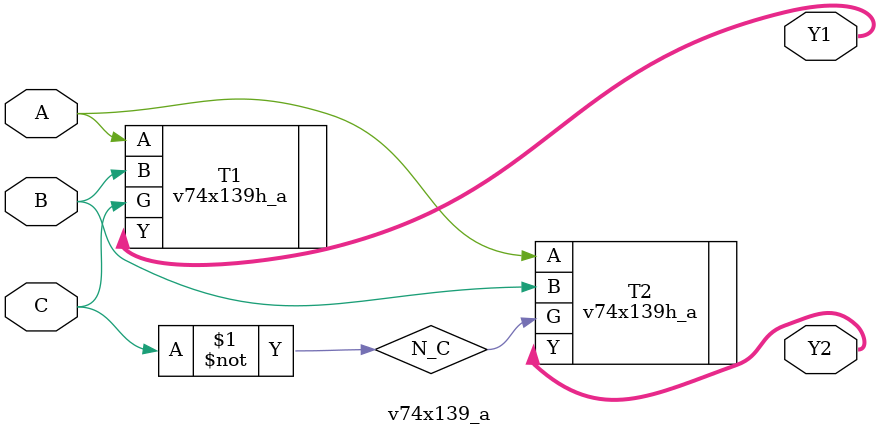
<source format=v>
`timescale 1ns / 1ps
module v74x139_a(
    input A,
	 input B,
	 input C,
    output [3:0] Y1,
    output [3:0] Y2
    );
	 
	 wire N_C;
	 
	 not T(N_C, C);
	 
	 v74x139h_a T1(.G(C), .A(A), .B(B), .Y(Y1));
	 v74x139h_a T2(.G(N_C), .A(A), .B(B), .Y(Y2));


endmodule

</source>
